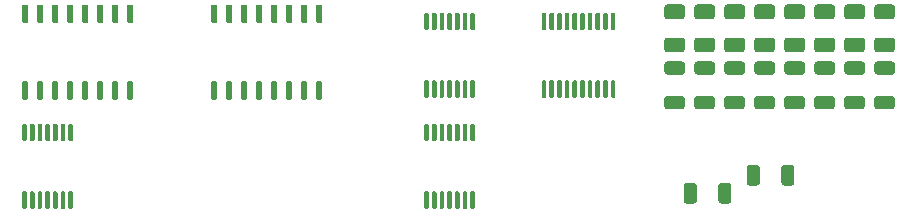
<source format=gbr>
%TF.GenerationSoftware,KiCad,Pcbnew,(5.1.10-1-10_14)*%
%TF.CreationDate,2021-10-28T13:44:03-04:00*%
%TF.ProjectId,ALU-Adder,414c552d-4164-4646-9572-2e6b69636164,rev?*%
%TF.SameCoordinates,Original*%
%TF.FileFunction,Paste,Top*%
%TF.FilePolarity,Positive*%
%FSLAX46Y46*%
G04 Gerber Fmt 4.6, Leading zero omitted, Abs format (unit mm)*
G04 Created by KiCad (PCBNEW (5.1.10-1-10_14)) date 2021-10-28 13:44:03*
%MOMM*%
%LPD*%
G01*
G04 APERTURE LIST*
G04 APERTURE END LIST*
%TO.C,U16*%
G36*
G01*
X170318000Y-101463001D02*
X170318000Y-100212999D01*
G75*
G02*
X170567999Y-99963000I249999J0D01*
G01*
X171193001Y-99963000D01*
G75*
G02*
X171443000Y-100212999I0J-249999D01*
G01*
X171443000Y-101463001D01*
G75*
G02*
X171193001Y-101713000I-249999J0D01*
G01*
X170567999Y-101713000D01*
G75*
G02*
X170318000Y-101463001I0J249999D01*
G01*
G37*
G36*
G01*
X167393000Y-101463001D02*
X167393000Y-100212999D01*
G75*
G02*
X167642999Y-99963000I249999J0D01*
G01*
X168268001Y-99963000D01*
G75*
G02*
X168518000Y-100212999I0J-249999D01*
G01*
X168518000Y-101463001D01*
G75*
G02*
X168268001Y-101713000I-249999J0D01*
G01*
X167642999Y-101713000D01*
G75*
G02*
X167393000Y-101463001I0J249999D01*
G01*
G37*
%TD*%
%TO.C,U15*%
G36*
G01*
X165998999Y-92594000D02*
X167249001Y-92594000D01*
G75*
G02*
X167499000Y-92843999I0J-249999D01*
G01*
X167499000Y-93469001D01*
G75*
G02*
X167249001Y-93719000I-249999J0D01*
G01*
X165998999Y-93719000D01*
G75*
G02*
X165749000Y-93469001I0J249999D01*
G01*
X165749000Y-92843999D01*
G75*
G02*
X165998999Y-92594000I249999J0D01*
G01*
G37*
G36*
G01*
X165998999Y-89669000D02*
X167249001Y-89669000D01*
G75*
G02*
X167499000Y-89918999I0J-249999D01*
G01*
X167499000Y-90544001D01*
G75*
G02*
X167249001Y-90794000I-249999J0D01*
G01*
X165998999Y-90794000D01*
G75*
G02*
X165749000Y-90544001I0J249999D01*
G01*
X165749000Y-89918999D01*
G75*
G02*
X165998999Y-89669000I249999J0D01*
G01*
G37*
%TD*%
%TO.C,U14*%
G36*
G01*
X168538999Y-92594000D02*
X169789001Y-92594000D01*
G75*
G02*
X170039000Y-92843999I0J-249999D01*
G01*
X170039000Y-93469001D01*
G75*
G02*
X169789001Y-93719000I-249999J0D01*
G01*
X168538999Y-93719000D01*
G75*
G02*
X168289000Y-93469001I0J249999D01*
G01*
X168289000Y-92843999D01*
G75*
G02*
X168538999Y-92594000I249999J0D01*
G01*
G37*
G36*
G01*
X168538999Y-89669000D02*
X169789001Y-89669000D01*
G75*
G02*
X170039000Y-89918999I0J-249999D01*
G01*
X170039000Y-90544001D01*
G75*
G02*
X169789001Y-90794000I-249999J0D01*
G01*
X168538999Y-90794000D01*
G75*
G02*
X168289000Y-90544001I0J249999D01*
G01*
X168289000Y-89918999D01*
G75*
G02*
X168538999Y-89669000I249999J0D01*
G01*
G37*
%TD*%
%TO.C,U13*%
G36*
G01*
X171078999Y-92594000D02*
X172329001Y-92594000D01*
G75*
G02*
X172579000Y-92843999I0J-249999D01*
G01*
X172579000Y-93469001D01*
G75*
G02*
X172329001Y-93719000I-249999J0D01*
G01*
X171078999Y-93719000D01*
G75*
G02*
X170829000Y-93469001I0J249999D01*
G01*
X170829000Y-92843999D01*
G75*
G02*
X171078999Y-92594000I249999J0D01*
G01*
G37*
G36*
G01*
X171078999Y-89669000D02*
X172329001Y-89669000D01*
G75*
G02*
X172579000Y-89918999I0J-249999D01*
G01*
X172579000Y-90544001D01*
G75*
G02*
X172329001Y-90794000I-249999J0D01*
G01*
X171078999Y-90794000D01*
G75*
G02*
X170829000Y-90544001I0J249999D01*
G01*
X170829000Y-89918999D01*
G75*
G02*
X171078999Y-89669000I249999J0D01*
G01*
G37*
%TD*%
%TO.C,U12*%
G36*
G01*
X173618999Y-92594000D02*
X174869001Y-92594000D01*
G75*
G02*
X175119000Y-92843999I0J-249999D01*
G01*
X175119000Y-93469001D01*
G75*
G02*
X174869001Y-93719000I-249999J0D01*
G01*
X173618999Y-93719000D01*
G75*
G02*
X173369000Y-93469001I0J249999D01*
G01*
X173369000Y-92843999D01*
G75*
G02*
X173618999Y-92594000I249999J0D01*
G01*
G37*
G36*
G01*
X173618999Y-89669000D02*
X174869001Y-89669000D01*
G75*
G02*
X175119000Y-89918999I0J-249999D01*
G01*
X175119000Y-90544001D01*
G75*
G02*
X174869001Y-90794000I-249999J0D01*
G01*
X173618999Y-90794000D01*
G75*
G02*
X173369000Y-90544001I0J249999D01*
G01*
X173369000Y-89918999D01*
G75*
G02*
X173618999Y-89669000I249999J0D01*
G01*
G37*
%TD*%
%TO.C,U11*%
G36*
G01*
X176158999Y-92594000D02*
X177409001Y-92594000D01*
G75*
G02*
X177659000Y-92843999I0J-249999D01*
G01*
X177659000Y-93469001D01*
G75*
G02*
X177409001Y-93719000I-249999J0D01*
G01*
X176158999Y-93719000D01*
G75*
G02*
X175909000Y-93469001I0J249999D01*
G01*
X175909000Y-92843999D01*
G75*
G02*
X176158999Y-92594000I249999J0D01*
G01*
G37*
G36*
G01*
X176158999Y-89669000D02*
X177409001Y-89669000D01*
G75*
G02*
X177659000Y-89918999I0J-249999D01*
G01*
X177659000Y-90544001D01*
G75*
G02*
X177409001Y-90794000I-249999J0D01*
G01*
X176158999Y-90794000D01*
G75*
G02*
X175909000Y-90544001I0J249999D01*
G01*
X175909000Y-89918999D01*
G75*
G02*
X176158999Y-89669000I249999J0D01*
G01*
G37*
%TD*%
%TO.C,U10*%
G36*
G01*
X178698999Y-92594000D02*
X179949001Y-92594000D01*
G75*
G02*
X180199000Y-92843999I0J-249999D01*
G01*
X180199000Y-93469001D01*
G75*
G02*
X179949001Y-93719000I-249999J0D01*
G01*
X178698999Y-93719000D01*
G75*
G02*
X178449000Y-93469001I0J249999D01*
G01*
X178449000Y-92843999D01*
G75*
G02*
X178698999Y-92594000I249999J0D01*
G01*
G37*
G36*
G01*
X178698999Y-89669000D02*
X179949001Y-89669000D01*
G75*
G02*
X180199000Y-89918999I0J-249999D01*
G01*
X180199000Y-90544001D01*
G75*
G02*
X179949001Y-90794000I-249999J0D01*
G01*
X178698999Y-90794000D01*
G75*
G02*
X178449000Y-90544001I0J249999D01*
G01*
X178449000Y-89918999D01*
G75*
G02*
X178698999Y-89669000I249999J0D01*
G01*
G37*
%TD*%
%TO.C,U9*%
G36*
G01*
X181238999Y-92594000D02*
X182489001Y-92594000D01*
G75*
G02*
X182739000Y-92843999I0J-249999D01*
G01*
X182739000Y-93469001D01*
G75*
G02*
X182489001Y-93719000I-249999J0D01*
G01*
X181238999Y-93719000D01*
G75*
G02*
X180989000Y-93469001I0J249999D01*
G01*
X180989000Y-92843999D01*
G75*
G02*
X181238999Y-92594000I249999J0D01*
G01*
G37*
G36*
G01*
X181238999Y-89669000D02*
X182489001Y-89669000D01*
G75*
G02*
X182739000Y-89918999I0J-249999D01*
G01*
X182739000Y-90544001D01*
G75*
G02*
X182489001Y-90794000I-249999J0D01*
G01*
X181238999Y-90794000D01*
G75*
G02*
X180989000Y-90544001I0J249999D01*
G01*
X180989000Y-89918999D01*
G75*
G02*
X181238999Y-89669000I249999J0D01*
G01*
G37*
%TD*%
%TO.C,U8*%
G36*
G01*
X183778999Y-92594000D02*
X185029001Y-92594000D01*
G75*
G02*
X185279000Y-92843999I0J-249999D01*
G01*
X185279000Y-93469001D01*
G75*
G02*
X185029001Y-93719000I-249999J0D01*
G01*
X183778999Y-93719000D01*
G75*
G02*
X183529000Y-93469001I0J249999D01*
G01*
X183529000Y-92843999D01*
G75*
G02*
X183778999Y-92594000I249999J0D01*
G01*
G37*
G36*
G01*
X183778999Y-89669000D02*
X185029001Y-89669000D01*
G75*
G02*
X185279000Y-89918999I0J-249999D01*
G01*
X185279000Y-90544001D01*
G75*
G02*
X185029001Y-90794000I-249999J0D01*
G01*
X183778999Y-90794000D01*
G75*
G02*
X183529000Y-90544001I0J249999D01*
G01*
X183529000Y-89918999D01*
G75*
G02*
X183778999Y-89669000I249999J0D01*
G01*
G37*
%TD*%
%TO.C,U7*%
G36*
G01*
X155671000Y-87029000D02*
X155471000Y-87029000D01*
G75*
G02*
X155371000Y-86929000I0J100000D01*
G01*
X155371000Y-85654000D01*
G75*
G02*
X155471000Y-85554000I100000J0D01*
G01*
X155671000Y-85554000D01*
G75*
G02*
X155771000Y-85654000I0J-100000D01*
G01*
X155771000Y-86929000D01*
G75*
G02*
X155671000Y-87029000I-100000J0D01*
G01*
G37*
G36*
G01*
X156321000Y-87029000D02*
X156121000Y-87029000D01*
G75*
G02*
X156021000Y-86929000I0J100000D01*
G01*
X156021000Y-85654000D01*
G75*
G02*
X156121000Y-85554000I100000J0D01*
G01*
X156321000Y-85554000D01*
G75*
G02*
X156421000Y-85654000I0J-100000D01*
G01*
X156421000Y-86929000D01*
G75*
G02*
X156321000Y-87029000I-100000J0D01*
G01*
G37*
G36*
G01*
X156971000Y-87029000D02*
X156771000Y-87029000D01*
G75*
G02*
X156671000Y-86929000I0J100000D01*
G01*
X156671000Y-85654000D01*
G75*
G02*
X156771000Y-85554000I100000J0D01*
G01*
X156971000Y-85554000D01*
G75*
G02*
X157071000Y-85654000I0J-100000D01*
G01*
X157071000Y-86929000D01*
G75*
G02*
X156971000Y-87029000I-100000J0D01*
G01*
G37*
G36*
G01*
X157621000Y-87029000D02*
X157421000Y-87029000D01*
G75*
G02*
X157321000Y-86929000I0J100000D01*
G01*
X157321000Y-85654000D01*
G75*
G02*
X157421000Y-85554000I100000J0D01*
G01*
X157621000Y-85554000D01*
G75*
G02*
X157721000Y-85654000I0J-100000D01*
G01*
X157721000Y-86929000D01*
G75*
G02*
X157621000Y-87029000I-100000J0D01*
G01*
G37*
G36*
G01*
X158271000Y-87029000D02*
X158071000Y-87029000D01*
G75*
G02*
X157971000Y-86929000I0J100000D01*
G01*
X157971000Y-85654000D01*
G75*
G02*
X158071000Y-85554000I100000J0D01*
G01*
X158271000Y-85554000D01*
G75*
G02*
X158371000Y-85654000I0J-100000D01*
G01*
X158371000Y-86929000D01*
G75*
G02*
X158271000Y-87029000I-100000J0D01*
G01*
G37*
G36*
G01*
X158921000Y-87029000D02*
X158721000Y-87029000D01*
G75*
G02*
X158621000Y-86929000I0J100000D01*
G01*
X158621000Y-85654000D01*
G75*
G02*
X158721000Y-85554000I100000J0D01*
G01*
X158921000Y-85554000D01*
G75*
G02*
X159021000Y-85654000I0J-100000D01*
G01*
X159021000Y-86929000D01*
G75*
G02*
X158921000Y-87029000I-100000J0D01*
G01*
G37*
G36*
G01*
X159571000Y-87029000D02*
X159371000Y-87029000D01*
G75*
G02*
X159271000Y-86929000I0J100000D01*
G01*
X159271000Y-85654000D01*
G75*
G02*
X159371000Y-85554000I100000J0D01*
G01*
X159571000Y-85554000D01*
G75*
G02*
X159671000Y-85654000I0J-100000D01*
G01*
X159671000Y-86929000D01*
G75*
G02*
X159571000Y-87029000I-100000J0D01*
G01*
G37*
G36*
G01*
X160221000Y-87029000D02*
X160021000Y-87029000D01*
G75*
G02*
X159921000Y-86929000I0J100000D01*
G01*
X159921000Y-85654000D01*
G75*
G02*
X160021000Y-85554000I100000J0D01*
G01*
X160221000Y-85554000D01*
G75*
G02*
X160321000Y-85654000I0J-100000D01*
G01*
X160321000Y-86929000D01*
G75*
G02*
X160221000Y-87029000I-100000J0D01*
G01*
G37*
G36*
G01*
X160871000Y-87029000D02*
X160671000Y-87029000D01*
G75*
G02*
X160571000Y-86929000I0J100000D01*
G01*
X160571000Y-85654000D01*
G75*
G02*
X160671000Y-85554000I100000J0D01*
G01*
X160871000Y-85554000D01*
G75*
G02*
X160971000Y-85654000I0J-100000D01*
G01*
X160971000Y-86929000D01*
G75*
G02*
X160871000Y-87029000I-100000J0D01*
G01*
G37*
G36*
G01*
X161521000Y-87029000D02*
X161321000Y-87029000D01*
G75*
G02*
X161221000Y-86929000I0J100000D01*
G01*
X161221000Y-85654000D01*
G75*
G02*
X161321000Y-85554000I100000J0D01*
G01*
X161521000Y-85554000D01*
G75*
G02*
X161621000Y-85654000I0J-100000D01*
G01*
X161621000Y-86929000D01*
G75*
G02*
X161521000Y-87029000I-100000J0D01*
G01*
G37*
G36*
G01*
X161521000Y-92754000D02*
X161321000Y-92754000D01*
G75*
G02*
X161221000Y-92654000I0J100000D01*
G01*
X161221000Y-91379000D01*
G75*
G02*
X161321000Y-91279000I100000J0D01*
G01*
X161521000Y-91279000D01*
G75*
G02*
X161621000Y-91379000I0J-100000D01*
G01*
X161621000Y-92654000D01*
G75*
G02*
X161521000Y-92754000I-100000J0D01*
G01*
G37*
G36*
G01*
X160871000Y-92754000D02*
X160671000Y-92754000D01*
G75*
G02*
X160571000Y-92654000I0J100000D01*
G01*
X160571000Y-91379000D01*
G75*
G02*
X160671000Y-91279000I100000J0D01*
G01*
X160871000Y-91279000D01*
G75*
G02*
X160971000Y-91379000I0J-100000D01*
G01*
X160971000Y-92654000D01*
G75*
G02*
X160871000Y-92754000I-100000J0D01*
G01*
G37*
G36*
G01*
X160221000Y-92754000D02*
X160021000Y-92754000D01*
G75*
G02*
X159921000Y-92654000I0J100000D01*
G01*
X159921000Y-91379000D01*
G75*
G02*
X160021000Y-91279000I100000J0D01*
G01*
X160221000Y-91279000D01*
G75*
G02*
X160321000Y-91379000I0J-100000D01*
G01*
X160321000Y-92654000D01*
G75*
G02*
X160221000Y-92754000I-100000J0D01*
G01*
G37*
G36*
G01*
X159571000Y-92754000D02*
X159371000Y-92754000D01*
G75*
G02*
X159271000Y-92654000I0J100000D01*
G01*
X159271000Y-91379000D01*
G75*
G02*
X159371000Y-91279000I100000J0D01*
G01*
X159571000Y-91279000D01*
G75*
G02*
X159671000Y-91379000I0J-100000D01*
G01*
X159671000Y-92654000D01*
G75*
G02*
X159571000Y-92754000I-100000J0D01*
G01*
G37*
G36*
G01*
X158921000Y-92754000D02*
X158721000Y-92754000D01*
G75*
G02*
X158621000Y-92654000I0J100000D01*
G01*
X158621000Y-91379000D01*
G75*
G02*
X158721000Y-91279000I100000J0D01*
G01*
X158921000Y-91279000D01*
G75*
G02*
X159021000Y-91379000I0J-100000D01*
G01*
X159021000Y-92654000D01*
G75*
G02*
X158921000Y-92754000I-100000J0D01*
G01*
G37*
G36*
G01*
X158271000Y-92754000D02*
X158071000Y-92754000D01*
G75*
G02*
X157971000Y-92654000I0J100000D01*
G01*
X157971000Y-91379000D01*
G75*
G02*
X158071000Y-91279000I100000J0D01*
G01*
X158271000Y-91279000D01*
G75*
G02*
X158371000Y-91379000I0J-100000D01*
G01*
X158371000Y-92654000D01*
G75*
G02*
X158271000Y-92754000I-100000J0D01*
G01*
G37*
G36*
G01*
X157621000Y-92754000D02*
X157421000Y-92754000D01*
G75*
G02*
X157321000Y-92654000I0J100000D01*
G01*
X157321000Y-91379000D01*
G75*
G02*
X157421000Y-91279000I100000J0D01*
G01*
X157621000Y-91279000D01*
G75*
G02*
X157721000Y-91379000I0J-100000D01*
G01*
X157721000Y-92654000D01*
G75*
G02*
X157621000Y-92754000I-100000J0D01*
G01*
G37*
G36*
G01*
X156971000Y-92754000D02*
X156771000Y-92754000D01*
G75*
G02*
X156671000Y-92654000I0J100000D01*
G01*
X156671000Y-91379000D01*
G75*
G02*
X156771000Y-91279000I100000J0D01*
G01*
X156971000Y-91279000D01*
G75*
G02*
X157071000Y-91379000I0J-100000D01*
G01*
X157071000Y-92654000D01*
G75*
G02*
X156971000Y-92754000I-100000J0D01*
G01*
G37*
G36*
G01*
X156321000Y-92754000D02*
X156121000Y-92754000D01*
G75*
G02*
X156021000Y-92654000I0J100000D01*
G01*
X156021000Y-91379000D01*
G75*
G02*
X156121000Y-91279000I100000J0D01*
G01*
X156321000Y-91279000D01*
G75*
G02*
X156421000Y-91379000I0J-100000D01*
G01*
X156421000Y-92654000D01*
G75*
G02*
X156321000Y-92754000I-100000J0D01*
G01*
G37*
G36*
G01*
X155671000Y-92754000D02*
X155471000Y-92754000D01*
G75*
G02*
X155371000Y-92654000I0J100000D01*
G01*
X155371000Y-91379000D01*
G75*
G02*
X155471000Y-91279000I100000J0D01*
G01*
X155671000Y-91279000D01*
G75*
G02*
X155771000Y-91379000I0J-100000D01*
G01*
X155771000Y-92654000D01*
G75*
G02*
X155671000Y-92754000I-100000J0D01*
G01*
G37*
%TD*%
%TO.C,U6*%
G36*
G01*
X175652000Y-99939001D02*
X175652000Y-98688999D01*
G75*
G02*
X175901999Y-98439000I249999J0D01*
G01*
X176527001Y-98439000D01*
G75*
G02*
X176777000Y-98688999I0J-249999D01*
G01*
X176777000Y-99939001D01*
G75*
G02*
X176527001Y-100189000I-249999J0D01*
G01*
X175901999Y-100189000D01*
G75*
G02*
X175652000Y-99939001I0J249999D01*
G01*
G37*
G36*
G01*
X172727000Y-99939001D02*
X172727000Y-98688999D01*
G75*
G02*
X172976999Y-98439000I249999J0D01*
G01*
X173602001Y-98439000D01*
G75*
G02*
X173852000Y-98688999I0J-249999D01*
G01*
X173852000Y-99939001D01*
G75*
G02*
X173602001Y-100189000I-249999J0D01*
G01*
X172976999Y-100189000D01*
G75*
G02*
X172727000Y-99939001I0J249999D01*
G01*
G37*
%TD*%
%TO.C,U5*%
G36*
G01*
X111688000Y-96427000D02*
X111488000Y-96427000D01*
G75*
G02*
X111388000Y-96327000I0J100000D01*
G01*
X111388000Y-95052000D01*
G75*
G02*
X111488000Y-94952000I100000J0D01*
G01*
X111688000Y-94952000D01*
G75*
G02*
X111788000Y-95052000I0J-100000D01*
G01*
X111788000Y-96327000D01*
G75*
G02*
X111688000Y-96427000I-100000J0D01*
G01*
G37*
G36*
G01*
X112338000Y-96427000D02*
X112138000Y-96427000D01*
G75*
G02*
X112038000Y-96327000I0J100000D01*
G01*
X112038000Y-95052000D01*
G75*
G02*
X112138000Y-94952000I100000J0D01*
G01*
X112338000Y-94952000D01*
G75*
G02*
X112438000Y-95052000I0J-100000D01*
G01*
X112438000Y-96327000D01*
G75*
G02*
X112338000Y-96427000I-100000J0D01*
G01*
G37*
G36*
G01*
X112988000Y-96427000D02*
X112788000Y-96427000D01*
G75*
G02*
X112688000Y-96327000I0J100000D01*
G01*
X112688000Y-95052000D01*
G75*
G02*
X112788000Y-94952000I100000J0D01*
G01*
X112988000Y-94952000D01*
G75*
G02*
X113088000Y-95052000I0J-100000D01*
G01*
X113088000Y-96327000D01*
G75*
G02*
X112988000Y-96427000I-100000J0D01*
G01*
G37*
G36*
G01*
X113638000Y-96427000D02*
X113438000Y-96427000D01*
G75*
G02*
X113338000Y-96327000I0J100000D01*
G01*
X113338000Y-95052000D01*
G75*
G02*
X113438000Y-94952000I100000J0D01*
G01*
X113638000Y-94952000D01*
G75*
G02*
X113738000Y-95052000I0J-100000D01*
G01*
X113738000Y-96327000D01*
G75*
G02*
X113638000Y-96427000I-100000J0D01*
G01*
G37*
G36*
G01*
X114288000Y-96427000D02*
X114088000Y-96427000D01*
G75*
G02*
X113988000Y-96327000I0J100000D01*
G01*
X113988000Y-95052000D01*
G75*
G02*
X114088000Y-94952000I100000J0D01*
G01*
X114288000Y-94952000D01*
G75*
G02*
X114388000Y-95052000I0J-100000D01*
G01*
X114388000Y-96327000D01*
G75*
G02*
X114288000Y-96427000I-100000J0D01*
G01*
G37*
G36*
G01*
X114938000Y-96427000D02*
X114738000Y-96427000D01*
G75*
G02*
X114638000Y-96327000I0J100000D01*
G01*
X114638000Y-95052000D01*
G75*
G02*
X114738000Y-94952000I100000J0D01*
G01*
X114938000Y-94952000D01*
G75*
G02*
X115038000Y-95052000I0J-100000D01*
G01*
X115038000Y-96327000D01*
G75*
G02*
X114938000Y-96427000I-100000J0D01*
G01*
G37*
G36*
G01*
X115588000Y-96427000D02*
X115388000Y-96427000D01*
G75*
G02*
X115288000Y-96327000I0J100000D01*
G01*
X115288000Y-95052000D01*
G75*
G02*
X115388000Y-94952000I100000J0D01*
G01*
X115588000Y-94952000D01*
G75*
G02*
X115688000Y-95052000I0J-100000D01*
G01*
X115688000Y-96327000D01*
G75*
G02*
X115588000Y-96427000I-100000J0D01*
G01*
G37*
G36*
G01*
X115588000Y-102152000D02*
X115388000Y-102152000D01*
G75*
G02*
X115288000Y-102052000I0J100000D01*
G01*
X115288000Y-100777000D01*
G75*
G02*
X115388000Y-100677000I100000J0D01*
G01*
X115588000Y-100677000D01*
G75*
G02*
X115688000Y-100777000I0J-100000D01*
G01*
X115688000Y-102052000D01*
G75*
G02*
X115588000Y-102152000I-100000J0D01*
G01*
G37*
G36*
G01*
X114938000Y-102152000D02*
X114738000Y-102152000D01*
G75*
G02*
X114638000Y-102052000I0J100000D01*
G01*
X114638000Y-100777000D01*
G75*
G02*
X114738000Y-100677000I100000J0D01*
G01*
X114938000Y-100677000D01*
G75*
G02*
X115038000Y-100777000I0J-100000D01*
G01*
X115038000Y-102052000D01*
G75*
G02*
X114938000Y-102152000I-100000J0D01*
G01*
G37*
G36*
G01*
X114288000Y-102152000D02*
X114088000Y-102152000D01*
G75*
G02*
X113988000Y-102052000I0J100000D01*
G01*
X113988000Y-100777000D01*
G75*
G02*
X114088000Y-100677000I100000J0D01*
G01*
X114288000Y-100677000D01*
G75*
G02*
X114388000Y-100777000I0J-100000D01*
G01*
X114388000Y-102052000D01*
G75*
G02*
X114288000Y-102152000I-100000J0D01*
G01*
G37*
G36*
G01*
X113638000Y-102152000D02*
X113438000Y-102152000D01*
G75*
G02*
X113338000Y-102052000I0J100000D01*
G01*
X113338000Y-100777000D01*
G75*
G02*
X113438000Y-100677000I100000J0D01*
G01*
X113638000Y-100677000D01*
G75*
G02*
X113738000Y-100777000I0J-100000D01*
G01*
X113738000Y-102052000D01*
G75*
G02*
X113638000Y-102152000I-100000J0D01*
G01*
G37*
G36*
G01*
X112988000Y-102152000D02*
X112788000Y-102152000D01*
G75*
G02*
X112688000Y-102052000I0J100000D01*
G01*
X112688000Y-100777000D01*
G75*
G02*
X112788000Y-100677000I100000J0D01*
G01*
X112988000Y-100677000D01*
G75*
G02*
X113088000Y-100777000I0J-100000D01*
G01*
X113088000Y-102052000D01*
G75*
G02*
X112988000Y-102152000I-100000J0D01*
G01*
G37*
G36*
G01*
X112338000Y-102152000D02*
X112138000Y-102152000D01*
G75*
G02*
X112038000Y-102052000I0J100000D01*
G01*
X112038000Y-100777000D01*
G75*
G02*
X112138000Y-100677000I100000J0D01*
G01*
X112338000Y-100677000D01*
G75*
G02*
X112438000Y-100777000I0J-100000D01*
G01*
X112438000Y-102052000D01*
G75*
G02*
X112338000Y-102152000I-100000J0D01*
G01*
G37*
G36*
G01*
X111688000Y-102152000D02*
X111488000Y-102152000D01*
G75*
G02*
X111388000Y-102052000I0J100000D01*
G01*
X111388000Y-100777000D01*
G75*
G02*
X111488000Y-100677000I100000J0D01*
G01*
X111688000Y-100677000D01*
G75*
G02*
X111788000Y-100777000I0J-100000D01*
G01*
X111788000Y-102052000D01*
G75*
G02*
X111688000Y-102152000I-100000J0D01*
G01*
G37*
%TD*%
%TO.C,U4*%
G36*
G01*
X127772500Y-86450000D02*
X127497500Y-86450000D01*
G75*
G02*
X127360000Y-86312500I0J137500D01*
G01*
X127360000Y-84987500D01*
G75*
G02*
X127497500Y-84850000I137500J0D01*
G01*
X127772500Y-84850000D01*
G75*
G02*
X127910000Y-84987500I0J-137500D01*
G01*
X127910000Y-86312500D01*
G75*
G02*
X127772500Y-86450000I-137500J0D01*
G01*
G37*
G36*
G01*
X129042500Y-86450000D02*
X128767500Y-86450000D01*
G75*
G02*
X128630000Y-86312500I0J137500D01*
G01*
X128630000Y-84987500D01*
G75*
G02*
X128767500Y-84850000I137500J0D01*
G01*
X129042500Y-84850000D01*
G75*
G02*
X129180000Y-84987500I0J-137500D01*
G01*
X129180000Y-86312500D01*
G75*
G02*
X129042500Y-86450000I-137500J0D01*
G01*
G37*
G36*
G01*
X130312500Y-86450000D02*
X130037500Y-86450000D01*
G75*
G02*
X129900000Y-86312500I0J137500D01*
G01*
X129900000Y-84987500D01*
G75*
G02*
X130037500Y-84850000I137500J0D01*
G01*
X130312500Y-84850000D01*
G75*
G02*
X130450000Y-84987500I0J-137500D01*
G01*
X130450000Y-86312500D01*
G75*
G02*
X130312500Y-86450000I-137500J0D01*
G01*
G37*
G36*
G01*
X131582500Y-86450000D02*
X131307500Y-86450000D01*
G75*
G02*
X131170000Y-86312500I0J137500D01*
G01*
X131170000Y-84987500D01*
G75*
G02*
X131307500Y-84850000I137500J0D01*
G01*
X131582500Y-84850000D01*
G75*
G02*
X131720000Y-84987500I0J-137500D01*
G01*
X131720000Y-86312500D01*
G75*
G02*
X131582500Y-86450000I-137500J0D01*
G01*
G37*
G36*
G01*
X132852500Y-86450000D02*
X132577500Y-86450000D01*
G75*
G02*
X132440000Y-86312500I0J137500D01*
G01*
X132440000Y-84987500D01*
G75*
G02*
X132577500Y-84850000I137500J0D01*
G01*
X132852500Y-84850000D01*
G75*
G02*
X132990000Y-84987500I0J-137500D01*
G01*
X132990000Y-86312500D01*
G75*
G02*
X132852500Y-86450000I-137500J0D01*
G01*
G37*
G36*
G01*
X134122500Y-86450000D02*
X133847500Y-86450000D01*
G75*
G02*
X133710000Y-86312500I0J137500D01*
G01*
X133710000Y-84987500D01*
G75*
G02*
X133847500Y-84850000I137500J0D01*
G01*
X134122500Y-84850000D01*
G75*
G02*
X134260000Y-84987500I0J-137500D01*
G01*
X134260000Y-86312500D01*
G75*
G02*
X134122500Y-86450000I-137500J0D01*
G01*
G37*
G36*
G01*
X135392500Y-86450000D02*
X135117500Y-86450000D01*
G75*
G02*
X134980000Y-86312500I0J137500D01*
G01*
X134980000Y-84987500D01*
G75*
G02*
X135117500Y-84850000I137500J0D01*
G01*
X135392500Y-84850000D01*
G75*
G02*
X135530000Y-84987500I0J-137500D01*
G01*
X135530000Y-86312500D01*
G75*
G02*
X135392500Y-86450000I-137500J0D01*
G01*
G37*
G36*
G01*
X136662500Y-86450000D02*
X136387500Y-86450000D01*
G75*
G02*
X136250000Y-86312500I0J137500D01*
G01*
X136250000Y-84987500D01*
G75*
G02*
X136387500Y-84850000I137500J0D01*
G01*
X136662500Y-84850000D01*
G75*
G02*
X136800000Y-84987500I0J-137500D01*
G01*
X136800000Y-86312500D01*
G75*
G02*
X136662500Y-86450000I-137500J0D01*
G01*
G37*
G36*
G01*
X136662500Y-92950000D02*
X136387500Y-92950000D01*
G75*
G02*
X136250000Y-92812500I0J137500D01*
G01*
X136250000Y-91487500D01*
G75*
G02*
X136387500Y-91350000I137500J0D01*
G01*
X136662500Y-91350000D01*
G75*
G02*
X136800000Y-91487500I0J-137500D01*
G01*
X136800000Y-92812500D01*
G75*
G02*
X136662500Y-92950000I-137500J0D01*
G01*
G37*
G36*
G01*
X135392500Y-92950000D02*
X135117500Y-92950000D01*
G75*
G02*
X134980000Y-92812500I0J137500D01*
G01*
X134980000Y-91487500D01*
G75*
G02*
X135117500Y-91350000I137500J0D01*
G01*
X135392500Y-91350000D01*
G75*
G02*
X135530000Y-91487500I0J-137500D01*
G01*
X135530000Y-92812500D01*
G75*
G02*
X135392500Y-92950000I-137500J0D01*
G01*
G37*
G36*
G01*
X134122500Y-92950000D02*
X133847500Y-92950000D01*
G75*
G02*
X133710000Y-92812500I0J137500D01*
G01*
X133710000Y-91487500D01*
G75*
G02*
X133847500Y-91350000I137500J0D01*
G01*
X134122500Y-91350000D01*
G75*
G02*
X134260000Y-91487500I0J-137500D01*
G01*
X134260000Y-92812500D01*
G75*
G02*
X134122500Y-92950000I-137500J0D01*
G01*
G37*
G36*
G01*
X132852500Y-92950000D02*
X132577500Y-92950000D01*
G75*
G02*
X132440000Y-92812500I0J137500D01*
G01*
X132440000Y-91487500D01*
G75*
G02*
X132577500Y-91350000I137500J0D01*
G01*
X132852500Y-91350000D01*
G75*
G02*
X132990000Y-91487500I0J-137500D01*
G01*
X132990000Y-92812500D01*
G75*
G02*
X132852500Y-92950000I-137500J0D01*
G01*
G37*
G36*
G01*
X131582500Y-92950000D02*
X131307500Y-92950000D01*
G75*
G02*
X131170000Y-92812500I0J137500D01*
G01*
X131170000Y-91487500D01*
G75*
G02*
X131307500Y-91350000I137500J0D01*
G01*
X131582500Y-91350000D01*
G75*
G02*
X131720000Y-91487500I0J-137500D01*
G01*
X131720000Y-92812500D01*
G75*
G02*
X131582500Y-92950000I-137500J0D01*
G01*
G37*
G36*
G01*
X130312500Y-92950000D02*
X130037500Y-92950000D01*
G75*
G02*
X129900000Y-92812500I0J137500D01*
G01*
X129900000Y-91487500D01*
G75*
G02*
X130037500Y-91350000I137500J0D01*
G01*
X130312500Y-91350000D01*
G75*
G02*
X130450000Y-91487500I0J-137500D01*
G01*
X130450000Y-92812500D01*
G75*
G02*
X130312500Y-92950000I-137500J0D01*
G01*
G37*
G36*
G01*
X129042500Y-92950000D02*
X128767500Y-92950000D01*
G75*
G02*
X128630000Y-92812500I0J137500D01*
G01*
X128630000Y-91487500D01*
G75*
G02*
X128767500Y-91350000I137500J0D01*
G01*
X129042500Y-91350000D01*
G75*
G02*
X129180000Y-91487500I0J-137500D01*
G01*
X129180000Y-92812500D01*
G75*
G02*
X129042500Y-92950000I-137500J0D01*
G01*
G37*
G36*
G01*
X127772500Y-92950000D02*
X127497500Y-92950000D01*
G75*
G02*
X127360000Y-92812500I0J137500D01*
G01*
X127360000Y-91487500D01*
G75*
G02*
X127497500Y-91350000I137500J0D01*
G01*
X127772500Y-91350000D01*
G75*
G02*
X127910000Y-91487500I0J-137500D01*
G01*
X127910000Y-92812500D01*
G75*
G02*
X127772500Y-92950000I-137500J0D01*
G01*
G37*
%TD*%
%TO.C,U3*%
G36*
G01*
X145724000Y-96427000D02*
X145524000Y-96427000D01*
G75*
G02*
X145424000Y-96327000I0J100000D01*
G01*
X145424000Y-95052000D01*
G75*
G02*
X145524000Y-94952000I100000J0D01*
G01*
X145724000Y-94952000D01*
G75*
G02*
X145824000Y-95052000I0J-100000D01*
G01*
X145824000Y-96327000D01*
G75*
G02*
X145724000Y-96427000I-100000J0D01*
G01*
G37*
G36*
G01*
X146374000Y-96427000D02*
X146174000Y-96427000D01*
G75*
G02*
X146074000Y-96327000I0J100000D01*
G01*
X146074000Y-95052000D01*
G75*
G02*
X146174000Y-94952000I100000J0D01*
G01*
X146374000Y-94952000D01*
G75*
G02*
X146474000Y-95052000I0J-100000D01*
G01*
X146474000Y-96327000D01*
G75*
G02*
X146374000Y-96427000I-100000J0D01*
G01*
G37*
G36*
G01*
X147024000Y-96427000D02*
X146824000Y-96427000D01*
G75*
G02*
X146724000Y-96327000I0J100000D01*
G01*
X146724000Y-95052000D01*
G75*
G02*
X146824000Y-94952000I100000J0D01*
G01*
X147024000Y-94952000D01*
G75*
G02*
X147124000Y-95052000I0J-100000D01*
G01*
X147124000Y-96327000D01*
G75*
G02*
X147024000Y-96427000I-100000J0D01*
G01*
G37*
G36*
G01*
X147674000Y-96427000D02*
X147474000Y-96427000D01*
G75*
G02*
X147374000Y-96327000I0J100000D01*
G01*
X147374000Y-95052000D01*
G75*
G02*
X147474000Y-94952000I100000J0D01*
G01*
X147674000Y-94952000D01*
G75*
G02*
X147774000Y-95052000I0J-100000D01*
G01*
X147774000Y-96327000D01*
G75*
G02*
X147674000Y-96427000I-100000J0D01*
G01*
G37*
G36*
G01*
X148324000Y-96427000D02*
X148124000Y-96427000D01*
G75*
G02*
X148024000Y-96327000I0J100000D01*
G01*
X148024000Y-95052000D01*
G75*
G02*
X148124000Y-94952000I100000J0D01*
G01*
X148324000Y-94952000D01*
G75*
G02*
X148424000Y-95052000I0J-100000D01*
G01*
X148424000Y-96327000D01*
G75*
G02*
X148324000Y-96427000I-100000J0D01*
G01*
G37*
G36*
G01*
X148974000Y-96427000D02*
X148774000Y-96427000D01*
G75*
G02*
X148674000Y-96327000I0J100000D01*
G01*
X148674000Y-95052000D01*
G75*
G02*
X148774000Y-94952000I100000J0D01*
G01*
X148974000Y-94952000D01*
G75*
G02*
X149074000Y-95052000I0J-100000D01*
G01*
X149074000Y-96327000D01*
G75*
G02*
X148974000Y-96427000I-100000J0D01*
G01*
G37*
G36*
G01*
X149624000Y-96427000D02*
X149424000Y-96427000D01*
G75*
G02*
X149324000Y-96327000I0J100000D01*
G01*
X149324000Y-95052000D01*
G75*
G02*
X149424000Y-94952000I100000J0D01*
G01*
X149624000Y-94952000D01*
G75*
G02*
X149724000Y-95052000I0J-100000D01*
G01*
X149724000Y-96327000D01*
G75*
G02*
X149624000Y-96427000I-100000J0D01*
G01*
G37*
G36*
G01*
X149624000Y-102152000D02*
X149424000Y-102152000D01*
G75*
G02*
X149324000Y-102052000I0J100000D01*
G01*
X149324000Y-100777000D01*
G75*
G02*
X149424000Y-100677000I100000J0D01*
G01*
X149624000Y-100677000D01*
G75*
G02*
X149724000Y-100777000I0J-100000D01*
G01*
X149724000Y-102052000D01*
G75*
G02*
X149624000Y-102152000I-100000J0D01*
G01*
G37*
G36*
G01*
X148974000Y-102152000D02*
X148774000Y-102152000D01*
G75*
G02*
X148674000Y-102052000I0J100000D01*
G01*
X148674000Y-100777000D01*
G75*
G02*
X148774000Y-100677000I100000J0D01*
G01*
X148974000Y-100677000D01*
G75*
G02*
X149074000Y-100777000I0J-100000D01*
G01*
X149074000Y-102052000D01*
G75*
G02*
X148974000Y-102152000I-100000J0D01*
G01*
G37*
G36*
G01*
X148324000Y-102152000D02*
X148124000Y-102152000D01*
G75*
G02*
X148024000Y-102052000I0J100000D01*
G01*
X148024000Y-100777000D01*
G75*
G02*
X148124000Y-100677000I100000J0D01*
G01*
X148324000Y-100677000D01*
G75*
G02*
X148424000Y-100777000I0J-100000D01*
G01*
X148424000Y-102052000D01*
G75*
G02*
X148324000Y-102152000I-100000J0D01*
G01*
G37*
G36*
G01*
X147674000Y-102152000D02*
X147474000Y-102152000D01*
G75*
G02*
X147374000Y-102052000I0J100000D01*
G01*
X147374000Y-100777000D01*
G75*
G02*
X147474000Y-100677000I100000J0D01*
G01*
X147674000Y-100677000D01*
G75*
G02*
X147774000Y-100777000I0J-100000D01*
G01*
X147774000Y-102052000D01*
G75*
G02*
X147674000Y-102152000I-100000J0D01*
G01*
G37*
G36*
G01*
X147024000Y-102152000D02*
X146824000Y-102152000D01*
G75*
G02*
X146724000Y-102052000I0J100000D01*
G01*
X146724000Y-100777000D01*
G75*
G02*
X146824000Y-100677000I100000J0D01*
G01*
X147024000Y-100677000D01*
G75*
G02*
X147124000Y-100777000I0J-100000D01*
G01*
X147124000Y-102052000D01*
G75*
G02*
X147024000Y-102152000I-100000J0D01*
G01*
G37*
G36*
G01*
X146374000Y-102152000D02*
X146174000Y-102152000D01*
G75*
G02*
X146074000Y-102052000I0J100000D01*
G01*
X146074000Y-100777000D01*
G75*
G02*
X146174000Y-100677000I100000J0D01*
G01*
X146374000Y-100677000D01*
G75*
G02*
X146474000Y-100777000I0J-100000D01*
G01*
X146474000Y-102052000D01*
G75*
G02*
X146374000Y-102152000I-100000J0D01*
G01*
G37*
G36*
G01*
X145724000Y-102152000D02*
X145524000Y-102152000D01*
G75*
G02*
X145424000Y-102052000I0J100000D01*
G01*
X145424000Y-100777000D01*
G75*
G02*
X145524000Y-100677000I100000J0D01*
G01*
X145724000Y-100677000D01*
G75*
G02*
X145824000Y-100777000I0J-100000D01*
G01*
X145824000Y-102052000D01*
G75*
G02*
X145724000Y-102152000I-100000J0D01*
G01*
G37*
%TD*%
%TO.C,U2*%
G36*
G01*
X145724000Y-87029000D02*
X145524000Y-87029000D01*
G75*
G02*
X145424000Y-86929000I0J100000D01*
G01*
X145424000Y-85654000D01*
G75*
G02*
X145524000Y-85554000I100000J0D01*
G01*
X145724000Y-85554000D01*
G75*
G02*
X145824000Y-85654000I0J-100000D01*
G01*
X145824000Y-86929000D01*
G75*
G02*
X145724000Y-87029000I-100000J0D01*
G01*
G37*
G36*
G01*
X146374000Y-87029000D02*
X146174000Y-87029000D01*
G75*
G02*
X146074000Y-86929000I0J100000D01*
G01*
X146074000Y-85654000D01*
G75*
G02*
X146174000Y-85554000I100000J0D01*
G01*
X146374000Y-85554000D01*
G75*
G02*
X146474000Y-85654000I0J-100000D01*
G01*
X146474000Y-86929000D01*
G75*
G02*
X146374000Y-87029000I-100000J0D01*
G01*
G37*
G36*
G01*
X147024000Y-87029000D02*
X146824000Y-87029000D01*
G75*
G02*
X146724000Y-86929000I0J100000D01*
G01*
X146724000Y-85654000D01*
G75*
G02*
X146824000Y-85554000I100000J0D01*
G01*
X147024000Y-85554000D01*
G75*
G02*
X147124000Y-85654000I0J-100000D01*
G01*
X147124000Y-86929000D01*
G75*
G02*
X147024000Y-87029000I-100000J0D01*
G01*
G37*
G36*
G01*
X147674000Y-87029000D02*
X147474000Y-87029000D01*
G75*
G02*
X147374000Y-86929000I0J100000D01*
G01*
X147374000Y-85654000D01*
G75*
G02*
X147474000Y-85554000I100000J0D01*
G01*
X147674000Y-85554000D01*
G75*
G02*
X147774000Y-85654000I0J-100000D01*
G01*
X147774000Y-86929000D01*
G75*
G02*
X147674000Y-87029000I-100000J0D01*
G01*
G37*
G36*
G01*
X148324000Y-87029000D02*
X148124000Y-87029000D01*
G75*
G02*
X148024000Y-86929000I0J100000D01*
G01*
X148024000Y-85654000D01*
G75*
G02*
X148124000Y-85554000I100000J0D01*
G01*
X148324000Y-85554000D01*
G75*
G02*
X148424000Y-85654000I0J-100000D01*
G01*
X148424000Y-86929000D01*
G75*
G02*
X148324000Y-87029000I-100000J0D01*
G01*
G37*
G36*
G01*
X148974000Y-87029000D02*
X148774000Y-87029000D01*
G75*
G02*
X148674000Y-86929000I0J100000D01*
G01*
X148674000Y-85654000D01*
G75*
G02*
X148774000Y-85554000I100000J0D01*
G01*
X148974000Y-85554000D01*
G75*
G02*
X149074000Y-85654000I0J-100000D01*
G01*
X149074000Y-86929000D01*
G75*
G02*
X148974000Y-87029000I-100000J0D01*
G01*
G37*
G36*
G01*
X149624000Y-87029000D02*
X149424000Y-87029000D01*
G75*
G02*
X149324000Y-86929000I0J100000D01*
G01*
X149324000Y-85654000D01*
G75*
G02*
X149424000Y-85554000I100000J0D01*
G01*
X149624000Y-85554000D01*
G75*
G02*
X149724000Y-85654000I0J-100000D01*
G01*
X149724000Y-86929000D01*
G75*
G02*
X149624000Y-87029000I-100000J0D01*
G01*
G37*
G36*
G01*
X149624000Y-92754000D02*
X149424000Y-92754000D01*
G75*
G02*
X149324000Y-92654000I0J100000D01*
G01*
X149324000Y-91379000D01*
G75*
G02*
X149424000Y-91279000I100000J0D01*
G01*
X149624000Y-91279000D01*
G75*
G02*
X149724000Y-91379000I0J-100000D01*
G01*
X149724000Y-92654000D01*
G75*
G02*
X149624000Y-92754000I-100000J0D01*
G01*
G37*
G36*
G01*
X148974000Y-92754000D02*
X148774000Y-92754000D01*
G75*
G02*
X148674000Y-92654000I0J100000D01*
G01*
X148674000Y-91379000D01*
G75*
G02*
X148774000Y-91279000I100000J0D01*
G01*
X148974000Y-91279000D01*
G75*
G02*
X149074000Y-91379000I0J-100000D01*
G01*
X149074000Y-92654000D01*
G75*
G02*
X148974000Y-92754000I-100000J0D01*
G01*
G37*
G36*
G01*
X148324000Y-92754000D02*
X148124000Y-92754000D01*
G75*
G02*
X148024000Y-92654000I0J100000D01*
G01*
X148024000Y-91379000D01*
G75*
G02*
X148124000Y-91279000I100000J0D01*
G01*
X148324000Y-91279000D01*
G75*
G02*
X148424000Y-91379000I0J-100000D01*
G01*
X148424000Y-92654000D01*
G75*
G02*
X148324000Y-92754000I-100000J0D01*
G01*
G37*
G36*
G01*
X147674000Y-92754000D02*
X147474000Y-92754000D01*
G75*
G02*
X147374000Y-92654000I0J100000D01*
G01*
X147374000Y-91379000D01*
G75*
G02*
X147474000Y-91279000I100000J0D01*
G01*
X147674000Y-91279000D01*
G75*
G02*
X147774000Y-91379000I0J-100000D01*
G01*
X147774000Y-92654000D01*
G75*
G02*
X147674000Y-92754000I-100000J0D01*
G01*
G37*
G36*
G01*
X147024000Y-92754000D02*
X146824000Y-92754000D01*
G75*
G02*
X146724000Y-92654000I0J100000D01*
G01*
X146724000Y-91379000D01*
G75*
G02*
X146824000Y-91279000I100000J0D01*
G01*
X147024000Y-91279000D01*
G75*
G02*
X147124000Y-91379000I0J-100000D01*
G01*
X147124000Y-92654000D01*
G75*
G02*
X147024000Y-92754000I-100000J0D01*
G01*
G37*
G36*
G01*
X146374000Y-92754000D02*
X146174000Y-92754000D01*
G75*
G02*
X146074000Y-92654000I0J100000D01*
G01*
X146074000Y-91379000D01*
G75*
G02*
X146174000Y-91279000I100000J0D01*
G01*
X146374000Y-91279000D01*
G75*
G02*
X146474000Y-91379000I0J-100000D01*
G01*
X146474000Y-92654000D01*
G75*
G02*
X146374000Y-92754000I-100000J0D01*
G01*
G37*
G36*
G01*
X145724000Y-92754000D02*
X145524000Y-92754000D01*
G75*
G02*
X145424000Y-92654000I0J100000D01*
G01*
X145424000Y-91379000D01*
G75*
G02*
X145524000Y-91279000I100000J0D01*
G01*
X145724000Y-91279000D01*
G75*
G02*
X145824000Y-91379000I0J-100000D01*
G01*
X145824000Y-92654000D01*
G75*
G02*
X145724000Y-92754000I-100000J0D01*
G01*
G37*
%TD*%
%TO.C,U1*%
G36*
G01*
X111770500Y-86450000D02*
X111495500Y-86450000D01*
G75*
G02*
X111358000Y-86312500I0J137500D01*
G01*
X111358000Y-84987500D01*
G75*
G02*
X111495500Y-84850000I137500J0D01*
G01*
X111770500Y-84850000D01*
G75*
G02*
X111908000Y-84987500I0J-137500D01*
G01*
X111908000Y-86312500D01*
G75*
G02*
X111770500Y-86450000I-137500J0D01*
G01*
G37*
G36*
G01*
X113040500Y-86450000D02*
X112765500Y-86450000D01*
G75*
G02*
X112628000Y-86312500I0J137500D01*
G01*
X112628000Y-84987500D01*
G75*
G02*
X112765500Y-84850000I137500J0D01*
G01*
X113040500Y-84850000D01*
G75*
G02*
X113178000Y-84987500I0J-137500D01*
G01*
X113178000Y-86312500D01*
G75*
G02*
X113040500Y-86450000I-137500J0D01*
G01*
G37*
G36*
G01*
X114310500Y-86450000D02*
X114035500Y-86450000D01*
G75*
G02*
X113898000Y-86312500I0J137500D01*
G01*
X113898000Y-84987500D01*
G75*
G02*
X114035500Y-84850000I137500J0D01*
G01*
X114310500Y-84850000D01*
G75*
G02*
X114448000Y-84987500I0J-137500D01*
G01*
X114448000Y-86312500D01*
G75*
G02*
X114310500Y-86450000I-137500J0D01*
G01*
G37*
G36*
G01*
X115580500Y-86450000D02*
X115305500Y-86450000D01*
G75*
G02*
X115168000Y-86312500I0J137500D01*
G01*
X115168000Y-84987500D01*
G75*
G02*
X115305500Y-84850000I137500J0D01*
G01*
X115580500Y-84850000D01*
G75*
G02*
X115718000Y-84987500I0J-137500D01*
G01*
X115718000Y-86312500D01*
G75*
G02*
X115580500Y-86450000I-137500J0D01*
G01*
G37*
G36*
G01*
X116850500Y-86450000D02*
X116575500Y-86450000D01*
G75*
G02*
X116438000Y-86312500I0J137500D01*
G01*
X116438000Y-84987500D01*
G75*
G02*
X116575500Y-84850000I137500J0D01*
G01*
X116850500Y-84850000D01*
G75*
G02*
X116988000Y-84987500I0J-137500D01*
G01*
X116988000Y-86312500D01*
G75*
G02*
X116850500Y-86450000I-137500J0D01*
G01*
G37*
G36*
G01*
X118120500Y-86450000D02*
X117845500Y-86450000D01*
G75*
G02*
X117708000Y-86312500I0J137500D01*
G01*
X117708000Y-84987500D01*
G75*
G02*
X117845500Y-84850000I137500J0D01*
G01*
X118120500Y-84850000D01*
G75*
G02*
X118258000Y-84987500I0J-137500D01*
G01*
X118258000Y-86312500D01*
G75*
G02*
X118120500Y-86450000I-137500J0D01*
G01*
G37*
G36*
G01*
X119390500Y-86450000D02*
X119115500Y-86450000D01*
G75*
G02*
X118978000Y-86312500I0J137500D01*
G01*
X118978000Y-84987500D01*
G75*
G02*
X119115500Y-84850000I137500J0D01*
G01*
X119390500Y-84850000D01*
G75*
G02*
X119528000Y-84987500I0J-137500D01*
G01*
X119528000Y-86312500D01*
G75*
G02*
X119390500Y-86450000I-137500J0D01*
G01*
G37*
G36*
G01*
X120660500Y-86450000D02*
X120385500Y-86450000D01*
G75*
G02*
X120248000Y-86312500I0J137500D01*
G01*
X120248000Y-84987500D01*
G75*
G02*
X120385500Y-84850000I137500J0D01*
G01*
X120660500Y-84850000D01*
G75*
G02*
X120798000Y-84987500I0J-137500D01*
G01*
X120798000Y-86312500D01*
G75*
G02*
X120660500Y-86450000I-137500J0D01*
G01*
G37*
G36*
G01*
X120660500Y-92950000D02*
X120385500Y-92950000D01*
G75*
G02*
X120248000Y-92812500I0J137500D01*
G01*
X120248000Y-91487500D01*
G75*
G02*
X120385500Y-91350000I137500J0D01*
G01*
X120660500Y-91350000D01*
G75*
G02*
X120798000Y-91487500I0J-137500D01*
G01*
X120798000Y-92812500D01*
G75*
G02*
X120660500Y-92950000I-137500J0D01*
G01*
G37*
G36*
G01*
X119390500Y-92950000D02*
X119115500Y-92950000D01*
G75*
G02*
X118978000Y-92812500I0J137500D01*
G01*
X118978000Y-91487500D01*
G75*
G02*
X119115500Y-91350000I137500J0D01*
G01*
X119390500Y-91350000D01*
G75*
G02*
X119528000Y-91487500I0J-137500D01*
G01*
X119528000Y-92812500D01*
G75*
G02*
X119390500Y-92950000I-137500J0D01*
G01*
G37*
G36*
G01*
X118120500Y-92950000D02*
X117845500Y-92950000D01*
G75*
G02*
X117708000Y-92812500I0J137500D01*
G01*
X117708000Y-91487500D01*
G75*
G02*
X117845500Y-91350000I137500J0D01*
G01*
X118120500Y-91350000D01*
G75*
G02*
X118258000Y-91487500I0J-137500D01*
G01*
X118258000Y-92812500D01*
G75*
G02*
X118120500Y-92950000I-137500J0D01*
G01*
G37*
G36*
G01*
X116850500Y-92950000D02*
X116575500Y-92950000D01*
G75*
G02*
X116438000Y-92812500I0J137500D01*
G01*
X116438000Y-91487500D01*
G75*
G02*
X116575500Y-91350000I137500J0D01*
G01*
X116850500Y-91350000D01*
G75*
G02*
X116988000Y-91487500I0J-137500D01*
G01*
X116988000Y-92812500D01*
G75*
G02*
X116850500Y-92950000I-137500J0D01*
G01*
G37*
G36*
G01*
X115580500Y-92950000D02*
X115305500Y-92950000D01*
G75*
G02*
X115168000Y-92812500I0J137500D01*
G01*
X115168000Y-91487500D01*
G75*
G02*
X115305500Y-91350000I137500J0D01*
G01*
X115580500Y-91350000D01*
G75*
G02*
X115718000Y-91487500I0J-137500D01*
G01*
X115718000Y-92812500D01*
G75*
G02*
X115580500Y-92950000I-137500J0D01*
G01*
G37*
G36*
G01*
X114310500Y-92950000D02*
X114035500Y-92950000D01*
G75*
G02*
X113898000Y-92812500I0J137500D01*
G01*
X113898000Y-91487500D01*
G75*
G02*
X114035500Y-91350000I137500J0D01*
G01*
X114310500Y-91350000D01*
G75*
G02*
X114448000Y-91487500I0J-137500D01*
G01*
X114448000Y-92812500D01*
G75*
G02*
X114310500Y-92950000I-137500J0D01*
G01*
G37*
G36*
G01*
X113040500Y-92950000D02*
X112765500Y-92950000D01*
G75*
G02*
X112628000Y-92812500I0J137500D01*
G01*
X112628000Y-91487500D01*
G75*
G02*
X112765500Y-91350000I137500J0D01*
G01*
X113040500Y-91350000D01*
G75*
G02*
X113178000Y-91487500I0J-137500D01*
G01*
X113178000Y-92812500D01*
G75*
G02*
X113040500Y-92950000I-137500J0D01*
G01*
G37*
G36*
G01*
X111770500Y-92950000D02*
X111495500Y-92950000D01*
G75*
G02*
X111358000Y-92812500I0J137500D01*
G01*
X111358000Y-91487500D01*
G75*
G02*
X111495500Y-91350000I137500J0D01*
G01*
X111770500Y-91350000D01*
G75*
G02*
X111908000Y-91487500I0J-137500D01*
G01*
X111908000Y-92812500D01*
G75*
G02*
X111770500Y-92950000I-137500J0D01*
G01*
G37*
%TD*%
%TO.C,D8*%
G36*
G01*
X167249000Y-86093000D02*
X165999000Y-86093000D01*
G75*
G02*
X165749000Y-85843000I0J250000D01*
G01*
X165749000Y-85093000D01*
G75*
G02*
X165999000Y-84843000I250000J0D01*
G01*
X167249000Y-84843000D01*
G75*
G02*
X167499000Y-85093000I0J-250000D01*
G01*
X167499000Y-85843000D01*
G75*
G02*
X167249000Y-86093000I-250000J0D01*
G01*
G37*
G36*
G01*
X167249000Y-88893000D02*
X165999000Y-88893000D01*
G75*
G02*
X165749000Y-88643000I0J250000D01*
G01*
X165749000Y-87893000D01*
G75*
G02*
X165999000Y-87643000I250000J0D01*
G01*
X167249000Y-87643000D01*
G75*
G02*
X167499000Y-87893000I0J-250000D01*
G01*
X167499000Y-88643000D01*
G75*
G02*
X167249000Y-88893000I-250000J0D01*
G01*
G37*
%TD*%
%TO.C,D7*%
G36*
G01*
X169789000Y-86093000D02*
X168539000Y-86093000D01*
G75*
G02*
X168289000Y-85843000I0J250000D01*
G01*
X168289000Y-85093000D01*
G75*
G02*
X168539000Y-84843000I250000J0D01*
G01*
X169789000Y-84843000D01*
G75*
G02*
X170039000Y-85093000I0J-250000D01*
G01*
X170039000Y-85843000D01*
G75*
G02*
X169789000Y-86093000I-250000J0D01*
G01*
G37*
G36*
G01*
X169789000Y-88893000D02*
X168539000Y-88893000D01*
G75*
G02*
X168289000Y-88643000I0J250000D01*
G01*
X168289000Y-87893000D01*
G75*
G02*
X168539000Y-87643000I250000J0D01*
G01*
X169789000Y-87643000D01*
G75*
G02*
X170039000Y-87893000I0J-250000D01*
G01*
X170039000Y-88643000D01*
G75*
G02*
X169789000Y-88893000I-250000J0D01*
G01*
G37*
%TD*%
%TO.C,D6*%
G36*
G01*
X172329000Y-86093000D02*
X171079000Y-86093000D01*
G75*
G02*
X170829000Y-85843000I0J250000D01*
G01*
X170829000Y-85093000D01*
G75*
G02*
X171079000Y-84843000I250000J0D01*
G01*
X172329000Y-84843000D01*
G75*
G02*
X172579000Y-85093000I0J-250000D01*
G01*
X172579000Y-85843000D01*
G75*
G02*
X172329000Y-86093000I-250000J0D01*
G01*
G37*
G36*
G01*
X172329000Y-88893000D02*
X171079000Y-88893000D01*
G75*
G02*
X170829000Y-88643000I0J250000D01*
G01*
X170829000Y-87893000D01*
G75*
G02*
X171079000Y-87643000I250000J0D01*
G01*
X172329000Y-87643000D01*
G75*
G02*
X172579000Y-87893000I0J-250000D01*
G01*
X172579000Y-88643000D01*
G75*
G02*
X172329000Y-88893000I-250000J0D01*
G01*
G37*
%TD*%
%TO.C,D5*%
G36*
G01*
X174869000Y-86093000D02*
X173619000Y-86093000D01*
G75*
G02*
X173369000Y-85843000I0J250000D01*
G01*
X173369000Y-85093000D01*
G75*
G02*
X173619000Y-84843000I250000J0D01*
G01*
X174869000Y-84843000D01*
G75*
G02*
X175119000Y-85093000I0J-250000D01*
G01*
X175119000Y-85843000D01*
G75*
G02*
X174869000Y-86093000I-250000J0D01*
G01*
G37*
G36*
G01*
X174869000Y-88893000D02*
X173619000Y-88893000D01*
G75*
G02*
X173369000Y-88643000I0J250000D01*
G01*
X173369000Y-87893000D01*
G75*
G02*
X173619000Y-87643000I250000J0D01*
G01*
X174869000Y-87643000D01*
G75*
G02*
X175119000Y-87893000I0J-250000D01*
G01*
X175119000Y-88643000D01*
G75*
G02*
X174869000Y-88893000I-250000J0D01*
G01*
G37*
%TD*%
%TO.C,D4*%
G36*
G01*
X177409000Y-86093000D02*
X176159000Y-86093000D01*
G75*
G02*
X175909000Y-85843000I0J250000D01*
G01*
X175909000Y-85093000D01*
G75*
G02*
X176159000Y-84843000I250000J0D01*
G01*
X177409000Y-84843000D01*
G75*
G02*
X177659000Y-85093000I0J-250000D01*
G01*
X177659000Y-85843000D01*
G75*
G02*
X177409000Y-86093000I-250000J0D01*
G01*
G37*
G36*
G01*
X177409000Y-88893000D02*
X176159000Y-88893000D01*
G75*
G02*
X175909000Y-88643000I0J250000D01*
G01*
X175909000Y-87893000D01*
G75*
G02*
X176159000Y-87643000I250000J0D01*
G01*
X177409000Y-87643000D01*
G75*
G02*
X177659000Y-87893000I0J-250000D01*
G01*
X177659000Y-88643000D01*
G75*
G02*
X177409000Y-88893000I-250000J0D01*
G01*
G37*
%TD*%
%TO.C,D3*%
G36*
G01*
X179949000Y-86093000D02*
X178699000Y-86093000D01*
G75*
G02*
X178449000Y-85843000I0J250000D01*
G01*
X178449000Y-85093000D01*
G75*
G02*
X178699000Y-84843000I250000J0D01*
G01*
X179949000Y-84843000D01*
G75*
G02*
X180199000Y-85093000I0J-250000D01*
G01*
X180199000Y-85843000D01*
G75*
G02*
X179949000Y-86093000I-250000J0D01*
G01*
G37*
G36*
G01*
X179949000Y-88893000D02*
X178699000Y-88893000D01*
G75*
G02*
X178449000Y-88643000I0J250000D01*
G01*
X178449000Y-87893000D01*
G75*
G02*
X178699000Y-87643000I250000J0D01*
G01*
X179949000Y-87643000D01*
G75*
G02*
X180199000Y-87893000I0J-250000D01*
G01*
X180199000Y-88643000D01*
G75*
G02*
X179949000Y-88893000I-250000J0D01*
G01*
G37*
%TD*%
%TO.C,D2*%
G36*
G01*
X182489000Y-86093000D02*
X181239000Y-86093000D01*
G75*
G02*
X180989000Y-85843000I0J250000D01*
G01*
X180989000Y-85093000D01*
G75*
G02*
X181239000Y-84843000I250000J0D01*
G01*
X182489000Y-84843000D01*
G75*
G02*
X182739000Y-85093000I0J-250000D01*
G01*
X182739000Y-85843000D01*
G75*
G02*
X182489000Y-86093000I-250000J0D01*
G01*
G37*
G36*
G01*
X182489000Y-88893000D02*
X181239000Y-88893000D01*
G75*
G02*
X180989000Y-88643000I0J250000D01*
G01*
X180989000Y-87893000D01*
G75*
G02*
X181239000Y-87643000I250000J0D01*
G01*
X182489000Y-87643000D01*
G75*
G02*
X182739000Y-87893000I0J-250000D01*
G01*
X182739000Y-88643000D01*
G75*
G02*
X182489000Y-88893000I-250000J0D01*
G01*
G37*
%TD*%
%TO.C,D1*%
G36*
G01*
X185029000Y-86093000D02*
X183779000Y-86093000D01*
G75*
G02*
X183529000Y-85843000I0J250000D01*
G01*
X183529000Y-85093000D01*
G75*
G02*
X183779000Y-84843000I250000J0D01*
G01*
X185029000Y-84843000D01*
G75*
G02*
X185279000Y-85093000I0J-250000D01*
G01*
X185279000Y-85843000D01*
G75*
G02*
X185029000Y-86093000I-250000J0D01*
G01*
G37*
G36*
G01*
X185029000Y-88893000D02*
X183779000Y-88893000D01*
G75*
G02*
X183529000Y-88643000I0J250000D01*
G01*
X183529000Y-87893000D01*
G75*
G02*
X183779000Y-87643000I250000J0D01*
G01*
X185029000Y-87643000D01*
G75*
G02*
X185279000Y-87893000I0J-250000D01*
G01*
X185279000Y-88643000D01*
G75*
G02*
X185029000Y-88893000I-250000J0D01*
G01*
G37*
%TD*%
M02*

</source>
